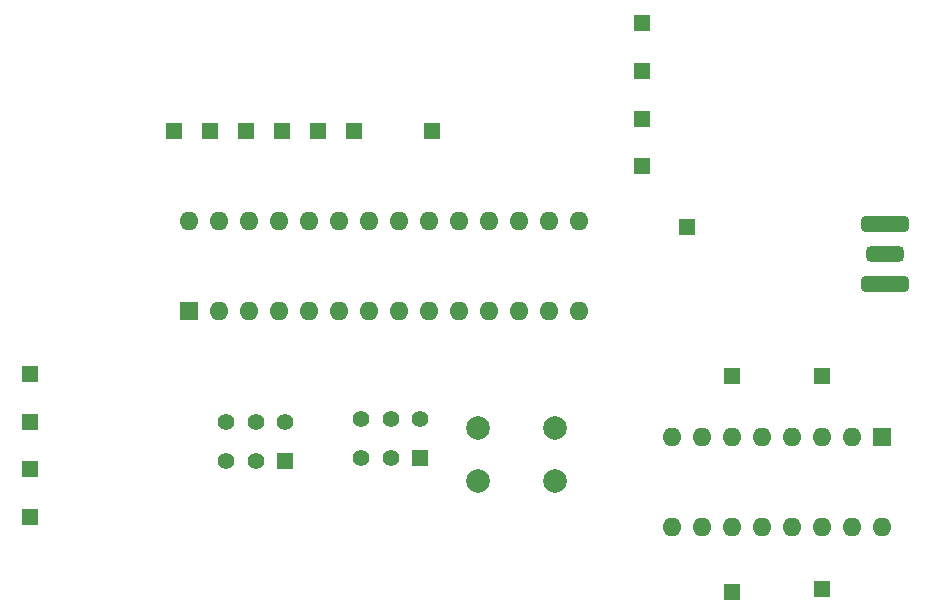
<source format=gbr>
%TF.GenerationSoftware,KiCad,Pcbnew,7.0.2*%
%TF.CreationDate,2023-06-25T23:38:38-03:00*%
%TF.ProjectId,Maze_Mapper,4d617a65-5f4d-4617-9070-65722e6b6963,rev?*%
%TF.SameCoordinates,Original*%
%TF.FileFunction,Soldermask,Bot*%
%TF.FilePolarity,Negative*%
%FSLAX46Y46*%
G04 Gerber Fmt 4.6, Leading zero omitted, Abs format (unit mm)*
G04 Created by KiCad (PCBNEW 7.0.2) date 2023-06-25 23:38:38*
%MOMM*%
%LPD*%
G01*
G04 APERTURE LIST*
G04 Aperture macros list*
%AMRoundRect*
0 Rectangle with rounded corners*
0 $1 Rounding radius*
0 $2 $3 $4 $5 $6 $7 $8 $9 X,Y pos of 4 corners*
0 Add a 4 corners polygon primitive as box body*
4,1,4,$2,$3,$4,$5,$6,$7,$8,$9,$2,$3,0*
0 Add four circle primitives for the rounded corners*
1,1,$1+$1,$2,$3*
1,1,$1+$1,$4,$5*
1,1,$1+$1,$6,$7*
1,1,$1+$1,$8,$9*
0 Add four rect primitives between the rounded corners*
20,1,$1+$1,$2,$3,$4,$5,0*
20,1,$1+$1,$4,$5,$6,$7,0*
20,1,$1+$1,$6,$7,$8,$9,0*
20,1,$1+$1,$8,$9,$2,$3,0*%
G04 Aperture macros list end*
%ADD10R,1.350000X1.350000*%
%ADD11C,2.000000*%
%ADD12R,1.600000X1.600000*%
%ADD13O,1.600000X1.600000*%
%ADD14R,1.400000X1.400000*%
%ADD15C,1.400000*%
%ADD16RoundRect,0.323750X-1.721250X-0.323750X1.721250X-0.323750X1.721250X0.323750X-1.721250X0.323750X0*%
%ADD17RoundRect,0.323750X-1.263750X-0.323750X1.263750X-0.323750X1.263750X0.323750X-1.263750X0.323750X0*%
G04 APERTURE END LIST*
D10*
%TO.C,J4*%
X144287000Y-76952000D03*
%TD*%
%TO.C,J2*%
X136667000Y-58918000D03*
%TD*%
%TO.C,J6*%
X111252000Y-38100000D03*
%TD*%
D11*
%TO.C,SW3*%
X115166000Y-63246000D03*
X121666000Y-63246000D03*
X115166000Y-67746000D03*
X121666000Y-67746000D03*
%TD*%
D10*
%TO.C,J14*%
X129032000Y-33034000D03*
%TD*%
%TO.C,J5*%
X132842000Y-46228000D03*
%TD*%
%TO.C,J3*%
X136667000Y-77206000D03*
%TD*%
D12*
%TO.C,U6*%
X149352000Y-64008000D03*
D13*
X146812000Y-64008000D03*
X144272000Y-64008000D03*
X141732000Y-64008000D03*
X139192000Y-64008000D03*
X136652000Y-64008000D03*
X134112000Y-64008000D03*
X131572000Y-64008000D03*
X131572000Y-71628000D03*
X134112000Y-71628000D03*
X136652000Y-71628000D03*
X139192000Y-71628000D03*
X141732000Y-71628000D03*
X144272000Y-71628000D03*
X146812000Y-71628000D03*
X149352000Y-71628000D03*
%TD*%
D10*
%TO.C,J17*%
X77216000Y-58688000D03*
%TD*%
%TO.C,J7*%
X89408000Y-38100000D03*
%TD*%
D12*
%TO.C,U1*%
X90678000Y-53340000D03*
D13*
X93218000Y-53340000D03*
X95758000Y-53340000D03*
X98298000Y-53340000D03*
X100838000Y-53340000D03*
X103378000Y-53340000D03*
X105918000Y-53340000D03*
X108458000Y-53340000D03*
X110998000Y-53340000D03*
X113538000Y-53340000D03*
X116078000Y-53340000D03*
X118618000Y-53340000D03*
X121158000Y-53340000D03*
X123698000Y-53340000D03*
X123698000Y-45720000D03*
X121158000Y-45720000D03*
X118618000Y-45720000D03*
X116078000Y-45720000D03*
X113538000Y-45720000D03*
X110998000Y-45720000D03*
X108458000Y-45720000D03*
X105918000Y-45720000D03*
X103378000Y-45720000D03*
X100838000Y-45720000D03*
X98298000Y-45720000D03*
X95758000Y-45720000D03*
X93218000Y-45720000D03*
X90678000Y-45720000D03*
%TD*%
D14*
%TO.C,SW2*%
X110236000Y-65786000D03*
D15*
X107736000Y-65786000D03*
X105236000Y-65786000D03*
X110236000Y-62486000D03*
X107736000Y-62486000D03*
X105236000Y-62486000D03*
%TD*%
D10*
%TO.C,J16*%
X129032000Y-41134000D03*
%TD*%
%TO.C,J20*%
X77216000Y-70838000D03*
%TD*%
%TO.C,J12*%
X104648000Y-38100000D03*
%TD*%
%TO.C,J18*%
X77216000Y-62738000D03*
%TD*%
%TO.C,J8*%
X98552000Y-38100000D03*
%TD*%
D14*
%TO.C,SW1*%
X98806000Y-66040000D03*
D15*
X96306000Y-66040000D03*
X93806000Y-66040000D03*
X98806000Y-62740000D03*
X96306000Y-62740000D03*
X93806000Y-62740000D03*
%TD*%
D10*
%TO.C,J1*%
X144287000Y-58918000D03*
%TD*%
%TO.C,J13*%
X129032000Y-28984000D03*
%TD*%
D16*
%TO.C,U4*%
X149606000Y-45974000D03*
D17*
X149606000Y-48514000D03*
D16*
X149606000Y-51054000D03*
%TD*%
D10*
%TO.C,J11*%
X95504000Y-38100000D03*
%TD*%
%TO.C,J10*%
X101600000Y-38100000D03*
%TD*%
%TO.C,J15*%
X129032000Y-37084000D03*
%TD*%
%TO.C,J9*%
X92456000Y-38100000D03*
%TD*%
%TO.C,J19*%
X77216000Y-66788000D03*
%TD*%
M02*

</source>
